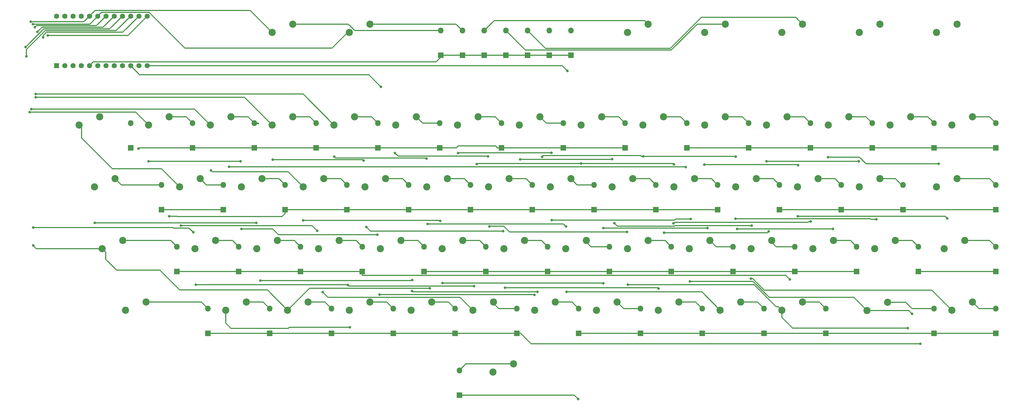
<source format=gbr>
G04 #@! TF.GenerationSoftware,KiCad,Pcbnew,5.1.5+dfsg1-2build2*
G04 #@! TF.CreationDate,2020-11-07T01:55:29-05:00*
G04 #@! TF.ProjectId,atari-keyboard,61746172-692d-46b6-9579-626f6172642e,rev?*
G04 #@! TF.SameCoordinates,Original*
G04 #@! TF.FileFunction,Copper,L1,Top*
G04 #@! TF.FilePolarity,Positive*
%FSLAX46Y46*%
G04 Gerber Fmt 4.6, Leading zero omitted, Abs format (unit mm)*
G04 Created by KiCad (PCBNEW 5.1.5+dfsg1-2build2) date 2020-11-07 01:55:29*
%MOMM*%
%LPD*%
G04 APERTURE LIST*
%ADD10C,2.200000*%
%ADD11O,1.800000X1.800000*%
%ADD12R,1.800000X1.800000*%
%ADD13R,1.600000X1.600000*%
%ADD14C,1.600000*%
%ADD15C,0.800000*%
%ADD16C,0.304800*%
G04 APERTURE END LIST*
D10*
X123600000Y-107240000D03*
X129950000Y-104700000D03*
X238918750Y-88265000D03*
X245268750Y-85725000D03*
X10318750Y-88190000D03*
X16668750Y-85650000D03*
X262750000Y-69190000D03*
X269100000Y-66650000D03*
X3175000Y-69190000D03*
X9525000Y-66650000D03*
X260350000Y-50165000D03*
X266700000Y-47625000D03*
X793750Y-50165000D03*
X7143750Y-47625000D03*
X-3968750Y-31115000D03*
X2381250Y-28575000D03*
X117475000Y-88190000D03*
X123825000Y-85650000D03*
X222250000Y-69190000D03*
X228600000Y-66650000D03*
X69850000Y-69190000D03*
X76200000Y-66650000D03*
X179387000Y-50165000D03*
X185737000Y-47625000D03*
X26987500Y-50165000D03*
X33337500Y-47625000D03*
X150812500Y-31115000D03*
X157162500Y-28575000D03*
X265112500Y-88190000D03*
X271462500Y-85650000D03*
X98425000Y-88190000D03*
X104775000Y-85650000D03*
X203200000Y-69190000D03*
X209550000Y-66650000D03*
X50800000Y-69190000D03*
X57150000Y-66650000D03*
X160337500Y-50165000D03*
X166687500Y-47625000D03*
X131762500Y-31115000D03*
X138112500Y-28575000D03*
X260350000Y-2540000D03*
X266700000Y0D03*
X79375000Y-88190000D03*
X85725000Y-85650000D03*
X184150000Y-69190000D03*
X190500000Y-66650000D03*
X31750000Y-69190000D03*
X38100000Y-66650000D03*
X141287500Y-50165000D03*
X147637500Y-47625000D03*
X265112500Y-31115000D03*
X271462500Y-28575000D03*
X112712500Y-31115000D03*
X119062500Y-28575000D03*
X236537500Y-2540000D03*
X242887500Y0D03*
X212725000Y-88190000D03*
X219075000Y-85650000D03*
X60325000Y-88190000D03*
X66675000Y-85650000D03*
X165100000Y-69190000D03*
X171450000Y-66650000D03*
X122237500Y-50165000D03*
X128587500Y-47625000D03*
X246062500Y-31115000D03*
X252412500Y-28575000D03*
X93662500Y-31115000D03*
X100012500Y-28575000D03*
X212725000Y-2540000D03*
X219075000Y0D03*
X193675000Y-88190000D03*
X200025000Y-85650000D03*
X41275000Y-88190000D03*
X47625000Y-85650000D03*
X146050000Y-69190000D03*
X152400000Y-66650000D03*
X103187500Y-50165000D03*
X109537500Y-47625000D03*
X227012500Y-31115000D03*
X233362500Y-28575000D03*
X74612500Y-31115000D03*
X80962500Y-28575000D03*
X188912500Y-2540000D03*
X195262500Y0D03*
X174625000Y-88190000D03*
X180975000Y-85650000D03*
X127000000Y-69190000D03*
X133350000Y-66650000D03*
X236537500Y-50165000D03*
X242887500Y-47625000D03*
X84137500Y-50165000D03*
X90487500Y-47625000D03*
X207962500Y-31115000D03*
X214312500Y-28575000D03*
X55562500Y-31115000D03*
X61912500Y-28575000D03*
X165100000Y-2540000D03*
X171450000Y0D03*
X155575000Y-88190000D03*
X161925000Y-85650000D03*
X107950000Y-69190000D03*
X114300000Y-66650000D03*
X217487500Y-50165000D03*
X223837500Y-47625000D03*
X65087500Y-50165000D03*
X71437500Y-47625000D03*
X188912500Y-31115000D03*
X195262500Y-28575000D03*
X36512500Y-31115000D03*
X42862500Y-28575000D03*
X79375000Y-2540000D03*
X85725000Y0D03*
X136525000Y-88190000D03*
X142875000Y-85650000D03*
X241300000Y-69190000D03*
X247650000Y-66650000D03*
X88900000Y-69190000D03*
X95250000Y-66650000D03*
X198437500Y-50165000D03*
X204787500Y-47625000D03*
X46037500Y-50165000D03*
X52387500Y-47625000D03*
X169862500Y-31115000D03*
X176212500Y-28575000D03*
X17462500Y-31115000D03*
X23812500Y-28575000D03*
X55562500Y-2540000D03*
X61912500Y0D03*
D11*
X113275000Y-106680000D03*
D12*
X113275000Y-114300000D03*
D11*
X130968750Y-87630000D03*
D12*
X130968750Y-95250000D03*
D11*
X235743750Y-68580000D03*
D12*
X235743750Y-76200000D03*
D11*
X83343750Y-68580000D03*
D12*
X83343750Y-76200000D03*
D11*
X192881250Y-49530000D03*
D12*
X192881250Y-57150000D03*
D11*
X40481250Y-49530000D03*
D12*
X40481250Y-57150000D03*
D11*
X164306250Y-30480000D03*
D12*
X164306250Y-38100000D03*
D11*
X11906250Y-30480000D03*
D12*
X11906250Y-38100000D03*
D11*
X278606250Y-87630000D03*
D12*
X278606250Y-95250000D03*
D11*
X111918750Y-87630000D03*
D12*
X111918750Y-95250000D03*
D11*
X216693750Y-68580000D03*
D12*
X216693750Y-76200000D03*
D11*
X64293750Y-68580000D03*
D12*
X64293750Y-76200000D03*
D11*
X173831250Y-49530000D03*
D12*
X173831250Y-57150000D03*
D11*
X21431250Y-49530000D03*
D12*
X21431250Y-57150000D03*
D11*
X145256250Y-30480000D03*
D12*
X145256250Y-38100000D03*
D11*
X147681250Y-2017500D03*
D12*
X147681250Y-9637500D03*
D11*
X259556250Y-87630000D03*
D12*
X259556250Y-95250000D03*
D11*
X92868750Y-87630000D03*
D12*
X92868750Y-95250000D03*
D11*
X197643750Y-68580000D03*
D12*
X197643750Y-76200000D03*
D11*
X45243750Y-68580000D03*
D12*
X45243750Y-76200000D03*
D11*
X154781250Y-49530000D03*
D12*
X154781250Y-57150000D03*
D11*
X278606250Y-30480000D03*
D12*
X278606250Y-38100000D03*
D11*
X126206250Y-30480000D03*
D12*
X126206250Y-38100000D03*
D11*
X140989580Y-2017500D03*
D12*
X140989580Y-9637500D03*
D11*
X226218750Y-87630000D03*
D12*
X226218750Y-95250000D03*
D11*
X73818750Y-87630000D03*
D12*
X73818750Y-95250000D03*
D11*
X178593750Y-68580000D03*
D12*
X178593750Y-76200000D03*
D11*
X26193750Y-68580000D03*
D12*
X26193750Y-76200000D03*
D11*
X135731250Y-49530000D03*
D12*
X135731250Y-57150000D03*
D11*
X259556250Y-30480000D03*
D12*
X259556250Y-38100000D03*
D11*
X107156250Y-30480000D03*
D12*
X107156250Y-38100000D03*
D11*
X134297914Y-2017500D03*
D12*
X134297914Y-9637500D03*
D11*
X207168750Y-87630000D03*
D12*
X207168750Y-95250000D03*
D11*
X54768750Y-87630000D03*
D12*
X54768750Y-95250000D03*
D11*
X159543750Y-68580000D03*
D12*
X159543750Y-76200000D03*
D11*
X278606250Y-49530000D03*
D12*
X278606250Y-57150000D03*
D11*
X116681250Y-49530000D03*
D12*
X116681250Y-57150000D03*
D11*
X240506250Y-30480000D03*
D12*
X240506250Y-38100000D03*
D11*
X88106250Y-30480000D03*
D12*
X88106250Y-38100000D03*
D11*
X127606248Y-2017500D03*
D12*
X127606248Y-9637500D03*
D11*
X188118750Y-87630000D03*
D12*
X188118750Y-95250000D03*
D11*
X35718750Y-87630000D03*
D12*
X35718750Y-95250000D03*
D11*
X140493750Y-68580000D03*
D12*
X140493750Y-76200000D03*
D11*
X250031250Y-49530000D03*
D12*
X250031250Y-57150000D03*
D11*
X97631250Y-49530000D03*
D12*
X97631250Y-57150000D03*
D11*
X221456250Y-30480000D03*
D12*
X221456250Y-38100000D03*
D11*
X69056250Y-30480000D03*
D12*
X69056250Y-38100000D03*
D11*
X120914582Y-2017500D03*
D12*
X120914582Y-9637500D03*
D11*
X169068750Y-87630000D03*
D12*
X169068750Y-95250000D03*
D11*
X278606250Y-68580000D03*
D12*
X278606250Y-76200000D03*
D11*
X121443750Y-68580000D03*
D12*
X121443750Y-76200000D03*
D11*
X230981250Y-49530000D03*
D12*
X230981250Y-57150000D03*
D11*
X78581250Y-49530000D03*
D12*
X78581250Y-57150000D03*
D11*
X202406250Y-30480000D03*
D12*
X202406250Y-38100000D03*
D11*
X50006250Y-30480000D03*
D12*
X50006250Y-38100000D03*
D11*
X114222916Y-2017500D03*
D12*
X114222916Y-9637500D03*
D11*
X150018750Y-87630000D03*
D12*
X150018750Y-95250000D03*
D11*
X254793750Y-68580000D03*
D12*
X254793750Y-76200000D03*
D11*
X102393750Y-68580000D03*
D12*
X102393750Y-76200000D03*
D11*
X211931250Y-49530000D03*
D12*
X211931250Y-57150000D03*
D11*
X59531250Y-49530000D03*
D12*
X59531250Y-57150000D03*
D11*
X183356250Y-30480000D03*
D12*
X183356250Y-38100000D03*
D11*
X30956250Y-30480000D03*
D12*
X30956250Y-38100000D03*
D11*
X107531250Y-2017500D03*
D12*
X107531250Y-9637500D03*
D13*
X-10920000Y-12795000D03*
D14*
X-8380000Y-12795000D03*
X-5840000Y-12795000D03*
X-3300000Y-12795000D03*
X-760000Y-12795000D03*
X1780000Y-12795000D03*
X4320000Y-12795000D03*
X6860000Y-12795000D03*
X9400000Y-12795000D03*
X11940000Y-12795000D03*
X14480000Y-12795000D03*
X17020000Y-12795000D03*
X17020000Y2445000D03*
X14480000Y2445000D03*
X11940000Y2445000D03*
X9400000Y2445000D03*
X6860000Y2445000D03*
X4320000Y2445000D03*
X1780000Y2445000D03*
X-760000Y2445000D03*
X-3300000Y2445000D03*
X-5840000Y2445000D03*
X-8380000Y2445000D03*
X-10920000Y2445000D03*
D15*
X14274800Y-38366700D03*
X183019700Y-44043600D03*
X42252900Y-43980100D03*
X23787100Y-59194700D03*
X215150027Y-78698790D03*
X89090500Y-19329400D03*
X255358900Y-98488500D03*
X146596100Y-14465300D03*
X149885400Y-115506500D03*
X69430900Y-63741300D03*
X27406600Y-62100189D03*
X71132700Y-82600800D03*
X150837900Y-42976721D03*
X179285900Y-61455300D03*
X221564200Y-60807600D03*
X-13639800Y-3492500D03*
X118643398Y-43103800D03*
X179374800Y-43189590D03*
X50596800Y-61290200D03*
X131965700Y-41732200D03*
X137350500Y-82524600D03*
X98640900Y-82257900D03*
X51930300Y-79032100D03*
X98691700Y-78828900D03*
X203136500Y-78422500D03*
X203415900Y-62128400D03*
X-15062200Y-4127500D03*
X812800Y-61252100D03*
X161061400Y-61366400D03*
X160375600Y-41643300D03*
X31216600Y-64147700D03*
X32029400Y-80264000D03*
X141693900Y-39687500D03*
X78901609Y-80413290D03*
X117754400Y-80695800D03*
X141706600Y-60426600D03*
X184289700Y-79273400D03*
X184594500Y-60055190D03*
X252793500Y-89293700D03*
X-18144930Y-62694889D03*
X-20199211Y-9906000D03*
X112877600Y-39725600D03*
X93433900Y-39738300D03*
X122059700Y-40792400D03*
X104174103Y-81448210D03*
X164960300Y-64084200D03*
X165214300Y-80289400D03*
X251460000Y-93649800D03*
X122529600Y-62334710D03*
X-18144930Y-68215725D03*
X-20449386Y-7028217D03*
X74701400Y-40843200D03*
X79540100Y-93408500D03*
X146113500Y-62382400D03*
X146304000Y-82537300D03*
X228422200Y-63144400D03*
X198907400Y-63080900D03*
X103479600Y-61582300D03*
X-16827498Y-2400300D03*
X-17392520Y-21577300D03*
X103162100Y-41455910D03*
X226949000Y-40995600D03*
X261023100Y-43091100D03*
X55676800Y-41757600D03*
X83743800Y-42062400D03*
X207975200Y-42265600D03*
X84569300Y-62496700D03*
X127330200Y-81267300D03*
X174637700Y-81483200D03*
X176339500Y-64300100D03*
X208610200Y-63896810D03*
X-17392520Y-22577301D03*
X-17589498Y-965200D03*
X126733300Y-63754000D03*
X236423200Y-42303700D03*
X36626800Y-45046900D03*
X188836300Y-43268900D03*
X217690700Y-43434000D03*
X107365800Y-60629800D03*
X108064300Y-79794100D03*
X157683200Y-79921100D03*
X189776100Y-62880810D03*
X263677400Y-59905900D03*
X217627514Y-59255090D03*
X-18186455Y-65179D03*
X-18681700Y-26212800D03*
X65138300Y-60490100D03*
X157632400Y-62877700D03*
X45770800Y-42329100D03*
X46062900Y-63106300D03*
X87985600Y-64897000D03*
X88684100Y-83362800D03*
X136410700Y-83426300D03*
X198348600Y-60007500D03*
X241833400Y-60185300D03*
X-18846800Y685800D03*
X-19237625Y-27128086D03*
X17475200Y-42265600D03*
X138734800Y-40919400D03*
X169951400Y-40805100D03*
X198437500Y-40881300D03*
D16*
X107531250Y-9637500D02*
X107531250Y-10211150D01*
X39999Y-11995001D02*
X-760000Y-12795000D01*
X392401Y-11642599D02*
X39999Y-11995001D01*
X106099801Y-11642599D02*
X392401Y-11642599D01*
X107531250Y-10211150D02*
X106099801Y-11642599D01*
X107531250Y-9637500D02*
X107531250Y-9817450D01*
X107711200Y-9637500D02*
X114222916Y-9637500D01*
X107531250Y-9817450D02*
X107711200Y-9637500D01*
X114222916Y-9637500D02*
X114450600Y-9637500D01*
X114450600Y-9637500D02*
X120914582Y-9637500D01*
X120914582Y-9637500D02*
X127606248Y-9637500D01*
X127606248Y-9637500D02*
X134297914Y-9637500D01*
X134297914Y-9637500D02*
X140989580Y-9637500D01*
X140989580Y-9637500D02*
X147681250Y-9637500D01*
X30956250Y-38100000D02*
X50006250Y-38100000D01*
X50006250Y-38100000D02*
X69056250Y-38100000D01*
X70261050Y-38100000D02*
X88106250Y-38100000D01*
X69056250Y-38100000D02*
X70261050Y-38100000D01*
X88106250Y-38100000D02*
X107156250Y-38100000D01*
X126206250Y-38100000D02*
X145256250Y-38100000D01*
X145256250Y-38100000D02*
X164306250Y-38100000D01*
X30956250Y-38100000D02*
X14541500Y-38100000D01*
X14541500Y-38100000D02*
X14274800Y-38366700D01*
X107156250Y-38100000D02*
X112348246Y-38100000D01*
X112859347Y-37588899D02*
X124490349Y-37588899D01*
X112348246Y-38100000D02*
X112859347Y-37588899D01*
X124490349Y-37588899D02*
X125001450Y-38100000D01*
X125001450Y-38100000D02*
X126206250Y-38100000D01*
X4320000Y-12930600D02*
X4320000Y-12795000D01*
X21431250Y-57150000D02*
X40481250Y-57150000D01*
X183356250Y-38100000D02*
X202406250Y-38100000D01*
X202406250Y-38100000D02*
X221456250Y-38100000D01*
X222661050Y-38100000D02*
X240506250Y-38100000D01*
X221456250Y-38100000D02*
X222661050Y-38100000D01*
X240506250Y-38100000D02*
X259556250Y-38100000D01*
X259556250Y-38100000D02*
X278606250Y-38100000D01*
X42291000Y-43942000D02*
X42252900Y-43980100D01*
X182918100Y-43942000D02*
X42291000Y-43942000D01*
X183019700Y-44043600D02*
X182918100Y-43942000D01*
X60736050Y-57150000D02*
X78581250Y-57150000D01*
X59531250Y-57150000D02*
X60736050Y-57150000D01*
X78581250Y-57150000D02*
X97631250Y-57150000D01*
X97631250Y-57150000D02*
X116681250Y-57150000D01*
X116681250Y-57150000D02*
X135731250Y-57150000D01*
X135731250Y-57150000D02*
X154781250Y-57150000D01*
X154781250Y-57150000D02*
X173831250Y-57150000D01*
X173831250Y-57150000D02*
X192881250Y-57150000D01*
X23825200Y-59232800D02*
X23787100Y-59194700D01*
X26276300Y-59232800D02*
X23825200Y-59232800D01*
X26314400Y-59270900D02*
X26276300Y-59232800D01*
X58615150Y-59270900D02*
X26314400Y-59270900D01*
X59531250Y-58354800D02*
X58615150Y-59270900D01*
X59531250Y-57150000D02*
X59531250Y-58354800D01*
X9400000Y-12795000D02*
X9569700Y-12795000D01*
X278606250Y-57150000D02*
X250031250Y-57150000D01*
X250031250Y-57150000D02*
X230981250Y-57150000D01*
X230981250Y-57150000D02*
X230981250Y-56534050D01*
X230365300Y-57150000D02*
X211931250Y-57150000D01*
X230981250Y-56534050D02*
X230365300Y-57150000D01*
X26193750Y-76200000D02*
X45243750Y-76200000D01*
X46012100Y-76200000D02*
X45243750Y-76200000D01*
X46448550Y-76200000D02*
X64293750Y-76200000D01*
X45243750Y-76200000D02*
X46448550Y-76200000D01*
X65498550Y-76200000D02*
X83343750Y-76200000D01*
X64293750Y-76200000D02*
X65498550Y-76200000D01*
X83343750Y-76200000D02*
X83343750Y-77404800D01*
X83343750Y-77404800D02*
X83391351Y-77452401D01*
X214750028Y-78298791D02*
X215150027Y-78698790D01*
X83391351Y-77452401D02*
X213903638Y-77452401D01*
X213903638Y-77452401D02*
X214750028Y-78298791D01*
X11940000Y-12795000D02*
X11906000Y-12795000D01*
X11906000Y-12795000D02*
X14693900Y-15582900D01*
X85344000Y-15582900D02*
X89090500Y-19329400D01*
X14693900Y-15582900D02*
X85344000Y-15582900D01*
X235743750Y-76200000D02*
X216693750Y-76200000D01*
X216693750Y-76200000D02*
X197643750Y-76200000D01*
X197643750Y-76200000D02*
X178593750Y-76200000D01*
X178593750Y-76200000D02*
X159543750Y-76200000D01*
X158338950Y-76200000D02*
X140493750Y-76200000D01*
X159543750Y-76200000D02*
X158338950Y-76200000D01*
X140493750Y-76200000D02*
X121443750Y-76200000D01*
X121443750Y-76200000D02*
X102393750Y-76200000D01*
X36923550Y-95250000D02*
X54768750Y-95250000D01*
X35718750Y-95250000D02*
X36923550Y-95250000D01*
X54768750Y-95250000D02*
X73818750Y-95250000D01*
X73818750Y-95250000D02*
X92868750Y-95250000D01*
X92868750Y-95250000D02*
X111918750Y-95250000D01*
X111918750Y-95250000D02*
X130968750Y-95250000D01*
X135412050Y-98488500D02*
X255358900Y-98488500D01*
X132173550Y-95250000D02*
X135412050Y-98488500D01*
X130968750Y-95250000D02*
X132173550Y-95250000D01*
X254793750Y-76200000D02*
X278606250Y-76200000D01*
X144925800Y-12795000D02*
X146596100Y-14465300D01*
X17020000Y-12795000D02*
X144925800Y-12795000D01*
X278606250Y-95250000D02*
X259556250Y-95250000D01*
X258351450Y-95250000D02*
X226218750Y-95250000D01*
X259556250Y-95250000D02*
X258351450Y-95250000D01*
X226218750Y-95250000D02*
X207168750Y-95250000D01*
X205963950Y-95250000D02*
X188118750Y-95250000D01*
X207168750Y-95250000D02*
X205963950Y-95250000D01*
X186913950Y-95250000D02*
X169068750Y-95250000D01*
X188118750Y-95250000D02*
X186913950Y-95250000D01*
X148678900Y-114300000D02*
X113275000Y-114300000D01*
X149885400Y-115506500D02*
X148678900Y-114300000D01*
X151223550Y-95250000D02*
X169068750Y-95250000D01*
X150018750Y-95250000D02*
X151223550Y-95250000D01*
X27972285Y-62100189D02*
X27406600Y-62100189D01*
X69430900Y-63741300D02*
X67789789Y-62100189D01*
X67789789Y-62100189D02*
X27972285Y-62100189D01*
X116375001Y-87090001D02*
X117475000Y-88190000D01*
X113482599Y-84197599D02*
X116375001Y-87090001D01*
X72729499Y-84197599D02*
X113482599Y-84197599D01*
X71132700Y-82600800D02*
X72729499Y-84197599D01*
X179285900Y-61455300D02*
X179685899Y-61055301D01*
X220750814Y-61055301D02*
X220998515Y-60807600D01*
X220998515Y-60807600D02*
X221564200Y-60807600D01*
X179685899Y-61055301D02*
X220750814Y-61055301D01*
X17020000Y2445000D02*
X11082500Y-3492500D01*
X-13074115Y-3492500D02*
X-13639800Y-3492500D01*
X11082500Y-3492500D02*
X-13074115Y-3492500D01*
X21399500Y-44577000D02*
X26987500Y-50165000D01*
X6245304Y-44577000D02*
X21399500Y-44577000D01*
X-3225800Y-35105896D02*
X6245304Y-44577000D01*
X-3225800Y-31857950D02*
X-3225800Y-35105896D01*
X-3968750Y-31115000D02*
X-3225800Y-31857950D01*
X150837900Y-42976721D02*
X118770477Y-42976721D01*
X118770477Y-42976721D02*
X118643398Y-43103800D01*
X150837900Y-42976721D02*
X179161931Y-42976721D01*
X179161931Y-42976721D02*
X179374800Y-43189590D01*
X793750Y-50165000D02*
X793750Y-50171350D01*
X98907600Y-82524600D02*
X98640900Y-82257900D01*
X137350500Y-82524600D02*
X98907600Y-82524600D01*
X98488500Y-79032100D02*
X98691700Y-78828900D01*
X51930300Y-79032100D02*
X98488500Y-79032100D01*
X203136500Y-78422500D02*
X203702185Y-78422500D01*
X203702185Y-78422500D02*
X207258185Y-81978500D01*
X258901000Y-81978500D02*
X265112500Y-88190000D01*
X207258185Y-81978500D02*
X258901000Y-81978500D01*
X9510802Y-2524198D02*
X-14024583Y-2524198D01*
X14480000Y2445000D02*
X9510802Y-2524198D01*
X-14024583Y-2524198D02*
X-15062200Y-3561815D01*
X-15062200Y-3561815D02*
X-15062200Y-4127500D01*
X850900Y-61290200D02*
X812800Y-61252100D01*
X50596800Y-61290200D02*
X850900Y-61290200D01*
X203415900Y-62128400D02*
X179726354Y-62128400D01*
X179726354Y-62128400D02*
X179554955Y-62299799D01*
X179554955Y-62299799D02*
X161994799Y-62299799D01*
X161994799Y-62299799D02*
X161461399Y-61766399D01*
X161461399Y-61766399D02*
X161061400Y-61366400D01*
X131965700Y-41732200D02*
X160286700Y-41732200D01*
X160286700Y-41732200D02*
X160375600Y-41643300D01*
X29921499Y-62852599D02*
X31216600Y-64147700D01*
X25412599Y-62852599D02*
X25095499Y-62852599D01*
X25095499Y-62852599D02*
X29921499Y-62852599D01*
X78752319Y-80264000D02*
X78901609Y-80413290D01*
X32029400Y-80264000D02*
X78752319Y-80264000D01*
X117754400Y-80695800D02*
X79184119Y-80695800D01*
X79184119Y-80695800D02*
X78901609Y-80413290D01*
X208763374Y-84197599D02*
X234851349Y-84197599D01*
X234851349Y-84197599D02*
X237818751Y-87165001D01*
X203839175Y-79273400D02*
X208763374Y-84197599D01*
X184289700Y-79273400D02*
X203839175Y-79273400D01*
X237818751Y-87165001D02*
X238918750Y-88265000D01*
X184028815Y-60055190D02*
X184594500Y-60055190D01*
X179972100Y-60055190D02*
X184028815Y-60055190D01*
X141706600Y-60426600D02*
X167830500Y-60426600D01*
X167843200Y-60439300D02*
X179587990Y-60439300D01*
X167830500Y-60426600D02*
X167843200Y-60439300D01*
X179587990Y-60439300D02*
X179972100Y-60055190D01*
X251764800Y-88265000D02*
X238918750Y-88265000D01*
X252793500Y-89293700D02*
X251764800Y-88265000D01*
X-17579245Y-62694889D02*
X-18144930Y-62694889D01*
X25095499Y-62852599D02*
X24937789Y-62694889D01*
X24937789Y-62694889D02*
X-17579245Y-62694889D01*
X-14376488Y-2019388D02*
X-20199211Y-7842111D01*
X-20199211Y-9340315D02*
X-20199211Y-9906000D01*
X-20199211Y-7842111D02*
X-20199211Y-9340315D01*
X7475612Y-2019388D02*
X-14376488Y-2019388D01*
X11940000Y2445000D02*
X7475612Y-2019388D01*
X141693900Y-39687500D02*
X112915700Y-39687500D01*
X112915700Y-39687500D02*
X112877600Y-39725600D01*
X54088100Y-81953100D02*
X60325000Y-88190000D01*
X27030404Y-81953100D02*
X54088100Y-81953100D01*
X20921704Y-75844400D02*
X27030404Y-81953100D01*
X7617846Y-75844400D02*
X20921704Y-75844400D01*
X4274999Y-72501553D02*
X7617846Y-75844400D01*
X4274999Y-70289999D02*
X4274999Y-72501553D01*
X3175000Y-69190000D02*
X4274999Y-70289999D01*
X103608418Y-81448210D02*
X104174103Y-81448210D01*
X60325000Y-88190000D02*
X67066790Y-81448210D01*
X67066790Y-81448210D02*
X103608418Y-81448210D01*
X210941866Y-87090001D02*
X211625001Y-87090001D01*
X211625001Y-87090001D02*
X212725000Y-88190000D01*
X204141265Y-80289400D02*
X210941866Y-87090001D01*
X165214300Y-80289400D02*
X204141265Y-80289400D01*
X212725000Y-89745634D02*
X212725000Y-88190000D01*
X212725000Y-90401554D02*
X212725000Y-89745634D01*
X215973246Y-93649800D02*
X212725000Y-90401554D01*
X251460000Y-93649800D02*
X215973246Y-93649800D01*
X-17170655Y-69190000D02*
X-17744931Y-68615724D01*
X-17744931Y-68615724D02*
X-18144930Y-68215725D01*
X3175000Y-69190000D02*
X-17170655Y-69190000D01*
X-19989799Y-6628218D02*
X-20049387Y-6628218D01*
X-14876159Y-1514578D02*
X-19989799Y-6628218D01*
X5440422Y-1514578D02*
X-14876159Y-1514578D01*
X9400000Y2445000D02*
X5440422Y-1514578D01*
X-20049387Y-6628218D02*
X-20449386Y-7028217D01*
X122501090Y-62306200D02*
X122529600Y-62334710D01*
X126910164Y-62306200D02*
X122501090Y-62306200D01*
X128688164Y-64084200D02*
X126910164Y-62306200D01*
X164960300Y-64084200D02*
X128688164Y-64084200D01*
X121970800Y-40703500D02*
X122059700Y-40792400D01*
X94399100Y-40703500D02*
X121970800Y-40703500D01*
X93433900Y-39738300D02*
X94399100Y-40703500D01*
X79540100Y-93408500D02*
X60820300Y-93408500D01*
X60820300Y-93408500D02*
X60502800Y-93726000D01*
X60502800Y-93726000D02*
X42811700Y-93726000D01*
X41275000Y-92189300D02*
X41275000Y-88190000D01*
X42811700Y-93726000D02*
X41275000Y-92189300D01*
X188022300Y-82537300D02*
X193675000Y-88190000D01*
X146304000Y-82537300D02*
X188022300Y-82537300D01*
X228422200Y-63144400D02*
X198970900Y-63144400D01*
X198970900Y-63144400D02*
X198907400Y-63080900D01*
X126974600Y-61582300D02*
X103479600Y-61582300D01*
X145313400Y-61582300D02*
X126974600Y-61582300D01*
X146113500Y-62382400D02*
X145313400Y-61582300D01*
X6860000Y2445000D02*
X3405233Y-1009767D01*
X-16427499Y-2000301D02*
X-16827498Y-2400300D01*
X3405233Y-1009767D02*
X-15436965Y-1009767D01*
X-15436965Y-1009767D02*
X-16427499Y-2000301D01*
X65074800Y-21577300D02*
X-17392520Y-21577300D01*
X74612500Y-31115000D02*
X65074800Y-21577300D01*
X102949389Y-41243199D02*
X103162100Y-41455910D01*
X74701400Y-40843200D02*
X75101399Y-41243199D01*
X75101399Y-41243199D02*
X102949389Y-41243199D01*
X226949000Y-40995600D02*
X236600064Y-40995600D01*
X236600064Y-40995600D02*
X238695564Y-43091100D01*
X238695564Y-43091100D02*
X261023100Y-43091100D01*
X83439000Y-41757600D02*
X83743800Y-42062400D01*
X55676800Y-41757600D02*
X83439000Y-41757600D01*
X236385100Y-42265600D02*
X236423200Y-42303700D01*
X207975200Y-42265600D02*
X236385100Y-42265600D01*
X174421800Y-81267300D02*
X174637700Y-81483200D01*
X127330200Y-81267300D02*
X174421800Y-81267300D01*
X176339500Y-64300100D02*
X208206910Y-64300100D01*
X208206910Y-64300100D02*
X208610200Y-63896810D01*
X55562500Y-31115000D02*
X47024801Y-22577301D01*
X47024801Y-22577301D02*
X-17392520Y-22577301D01*
X1370043Y-504957D02*
X-17129255Y-504957D01*
X4320000Y2445000D02*
X1370043Y-504957D01*
X-17129255Y-504957D02*
X-17189499Y-565201D01*
X-17189499Y-565201D02*
X-17589498Y-965200D01*
X84569300Y-62496700D02*
X85826600Y-63754000D01*
X85826600Y-63754000D02*
X126167615Y-63754000D01*
X126167615Y-63754000D02*
X126733300Y-63754000D01*
X79375000Y-2540000D02*
X79375000Y-2667000D01*
X2579999Y3244999D02*
X1780000Y2445000D01*
X2932401Y3597401D02*
X2579999Y3244999D01*
X17573153Y3597401D02*
X2932401Y3597401D01*
X28602955Y-7432401D02*
X17573153Y3597401D01*
X73973045Y-7432401D02*
X28602955Y-7432401D01*
X78738446Y-2667000D02*
X73973045Y-7432401D01*
X79375000Y-2667000D02*
X78738446Y-2667000D01*
X36626800Y-45046900D02*
X37109400Y-45529500D01*
X60452000Y-45529500D02*
X65087500Y-50165000D01*
X37109400Y-45529500D02*
X60452000Y-45529500D01*
X217525600Y-43268900D02*
X217690700Y-43434000D01*
X188836300Y-43268900D02*
X217525600Y-43268900D01*
X157556200Y-79794100D02*
X157683200Y-79921100D01*
X108064300Y-79794100D02*
X157556200Y-79794100D01*
X188595000Y-43268900D02*
X188468000Y-43395900D01*
X188836300Y-43268900D02*
X188595000Y-43268900D01*
X218193199Y-59255090D02*
X217627514Y-59255090D01*
X263026590Y-59255090D02*
X218193199Y-59255090D01*
X263677400Y-59905900D02*
X263026590Y-59255090D01*
X-17620770Y-65179D02*
X-18186455Y-65179D01*
X-17555591Y0D02*
X-17620770Y-65179D01*
X-665000Y0D02*
X-17555591Y0D01*
X1780000Y2445000D02*
X-665000Y0D01*
X-18116015Y-26212800D02*
X-18681700Y-26212800D01*
X31610300Y-26212800D02*
X-18116015Y-26212800D01*
X36512500Y-31115000D02*
X31610300Y-26212800D01*
X65151000Y-60477400D02*
X65138300Y-60490100D01*
X107213400Y-60477400D02*
X65151000Y-60477400D01*
X107365800Y-60629800D02*
X107213400Y-60477400D01*
X157657800Y-62903100D02*
X157632400Y-62877700D01*
X189753810Y-62903100D02*
X157657800Y-62903100D01*
X189776100Y-62880810D02*
X189753810Y-62903100D01*
X48796590Y4225910D02*
X1020910Y4225910D01*
X55562500Y-2540000D02*
X48796590Y4225910D01*
X1020910Y4225910D02*
X39999Y3244999D01*
X39999Y3244999D02*
X-760000Y2445000D01*
X57521154Y-64871600D02*
X87985600Y-64871600D01*
X55755854Y-63106300D02*
X57521154Y-64871600D01*
X46062900Y-63106300D02*
X55755854Y-63106300D01*
X87985600Y-64871600D02*
X87985600Y-64897000D01*
X136347200Y-83362800D02*
X136410700Y-83426300D01*
X88684100Y-83362800D02*
X136347200Y-83362800D01*
X198348600Y-60007500D02*
X240068100Y-60007500D01*
X240245900Y-60185300D02*
X241833400Y-60185300D01*
X240068100Y-60007500D02*
X240245900Y-60185300D01*
X-18255715Y711200D02*
X-18281115Y685800D01*
X-2493800Y711200D02*
X-18255715Y711200D01*
X-760000Y2445000D02*
X-2493800Y711200D01*
X-18281115Y685800D02*
X-18846800Y685800D01*
X-18665889Y-27122035D02*
X-18671940Y-27128086D01*
X17462500Y-31115000D02*
X13469535Y-27122035D01*
X-18671940Y-27128086D02*
X-19237625Y-27128086D01*
X13469535Y-27122035D02*
X-18665889Y-27122035D01*
X45770800Y-42329100D02*
X17538700Y-42329100D01*
X17538700Y-42329100D02*
X17475200Y-42265600D01*
X169951400Y-40805100D02*
X198361300Y-40805100D01*
X198361300Y-40805100D02*
X198437500Y-40881300D01*
X138734800Y-40919400D02*
X139134799Y-40519401D01*
X169385715Y-40805100D02*
X169951400Y-40805100D01*
X139134799Y-40519401D02*
X169100016Y-40519401D01*
X169100016Y-40519401D02*
X169385715Y-40805100D01*
X78984554Y0D02*
X63468134Y0D01*
X63468134Y0D02*
X61912500Y0D01*
X81002054Y-2017500D02*
X78984554Y0D01*
X107531250Y-2017500D02*
X81002054Y-2017500D01*
X29051250Y-28575000D02*
X30956250Y-30480000D01*
X23812500Y-28575000D02*
X29051250Y-28575000D01*
X181451250Y-28575000D02*
X183356250Y-30480000D01*
X176212500Y-28575000D02*
X181451250Y-28575000D01*
X57626250Y-47625000D02*
X59531250Y-49530000D01*
X52387500Y-47625000D02*
X57626250Y-47625000D01*
X210026250Y-47625000D02*
X211931250Y-49530000D01*
X204787500Y-47625000D02*
X210026250Y-47625000D01*
X100463750Y-66650000D02*
X102393750Y-68580000D01*
X95250000Y-66650000D02*
X100463750Y-66650000D01*
X252863750Y-66650000D02*
X254793750Y-68580000D01*
X247650000Y-66650000D02*
X252863750Y-66650000D01*
X148038750Y-85650000D02*
X150018750Y-87630000D01*
X142875000Y-85650000D02*
X148038750Y-85650000D01*
X112205416Y0D02*
X85725000Y0D01*
X114222916Y-2017500D02*
X112205416Y0D01*
X48101250Y-28575000D02*
X50222150Y-30695900D01*
X42862500Y-28575000D02*
X48101250Y-28575000D01*
X50222150Y-30695900D02*
X51295300Y-30695900D01*
X51279042Y-30480000D02*
X50006250Y-30480000D01*
X51295300Y-30496258D02*
X51279042Y-30480000D01*
X51295300Y-30695900D02*
X51295300Y-30496258D01*
X200501250Y-28575000D02*
X202190350Y-30264100D01*
X195262500Y-28575000D02*
X200501250Y-28575000D01*
X202190350Y-30264100D02*
X202406250Y-30480000D01*
X76676250Y-47625000D02*
X78784450Y-49733200D01*
X71437500Y-47625000D02*
X76676250Y-47625000D01*
X78784450Y-49733200D02*
X78581250Y-49530000D01*
X229076250Y-47625000D02*
X230981250Y-49530000D01*
X223837500Y-47625000D02*
X229076250Y-47625000D01*
X119513750Y-66650000D02*
X121443750Y-68580000D01*
X114300000Y-66650000D02*
X119513750Y-66650000D01*
X276676250Y-66650000D02*
X278606250Y-68580000D01*
X269100000Y-66650000D02*
X276676250Y-66650000D01*
X163905000Y-87630000D02*
X169068750Y-87630000D01*
X161925000Y-85650000D02*
X163905000Y-87630000D01*
X170350001Y1099999D02*
X171450000Y0D01*
X124032081Y1099999D02*
X170350001Y1099999D01*
X120914582Y-2017500D02*
X124032081Y1099999D01*
X67151250Y-28575000D02*
X69056250Y-30480000D01*
X61912500Y-28575000D02*
X67151250Y-28575000D01*
X219551250Y-28575000D02*
X221456250Y-30480000D01*
X214312500Y-28575000D02*
X219551250Y-28575000D01*
X95726250Y-47625000D02*
X97631250Y-49530000D01*
X90487500Y-47625000D02*
X95726250Y-47625000D01*
X250031250Y-49530000D02*
X250031250Y-49968150D01*
X247688100Y-47625000D02*
X242887500Y-47625000D01*
X250031250Y-49968150D02*
X247688100Y-47625000D01*
X138563750Y-66650000D02*
X140493750Y-68580000D01*
X133350000Y-66650000D02*
X138563750Y-66650000D01*
X33738750Y-85650000D02*
X36029900Y-87941150D01*
X16668750Y-85650000D02*
X33738750Y-85650000D01*
X36029900Y-87941150D02*
X35718750Y-87630000D01*
X186138750Y-85650000D02*
X188118750Y-87630000D01*
X180975000Y-85650000D02*
X186138750Y-85650000D01*
X186588400Y0D02*
X193706866Y0D01*
X178565189Y-8023211D02*
X186588400Y0D01*
X133611959Y-8023211D02*
X178565189Y-8023211D01*
X193706866Y0D02*
X195262500Y0D01*
X127606248Y-2017500D02*
X133611959Y-8023211D01*
X86201250Y-28575000D02*
X88106250Y-30480000D01*
X80962500Y-28575000D02*
X86201250Y-28575000D01*
X238601250Y-28575000D02*
X240506250Y-30480000D01*
X233362500Y-28575000D02*
X238601250Y-28575000D01*
X114776250Y-47625000D02*
X116681250Y-49530000D01*
X109537500Y-47625000D02*
X114776250Y-47625000D01*
X276701250Y-47625000D02*
X278606250Y-49530000D01*
X266700000Y-47625000D02*
X276701250Y-47625000D01*
X152400000Y-66650000D02*
X151904300Y-66650000D01*
X153834300Y-68580000D02*
X159543750Y-68580000D01*
X151904300Y-66650000D02*
X153834300Y-68580000D01*
X52788750Y-85650000D02*
X54768750Y-87630000D01*
X47625000Y-85650000D02*
X52788750Y-85650000D01*
X205188750Y-85650000D02*
X207168750Y-87630000D01*
X200025000Y-85650000D02*
X205188750Y-85650000D01*
X217975001Y1099999D02*
X219075000Y0D01*
X217017600Y2057400D02*
X217975001Y1099999D01*
X187883800Y2057400D02*
X217017600Y2057400D01*
X178308000Y-7518400D02*
X187883800Y2057400D01*
X139798814Y-7518400D02*
X178308000Y-7518400D01*
X134297914Y-2017500D02*
X139798814Y-7518400D01*
X101917500Y-30480000D02*
X107156250Y-30480000D01*
X100012500Y-28575000D02*
X101917500Y-30480000D01*
X257651250Y-28575000D02*
X260146800Y-31070550D01*
X252412500Y-28575000D02*
X257651250Y-28575000D01*
X133826250Y-47625000D02*
X135731250Y-49530000D01*
X128587500Y-47625000D02*
X133826250Y-47625000D01*
X24263750Y-66650000D02*
X26193750Y-68580000D01*
X9525000Y-66650000D02*
X24263750Y-66650000D01*
X176663750Y-66650000D02*
X178593750Y-68580000D01*
X171450000Y-66650000D02*
X176663750Y-66650000D01*
X71838750Y-85650000D02*
X73818750Y-87630000D01*
X66675000Y-85650000D02*
X71838750Y-85650000D01*
X224238750Y-85650000D02*
X226218750Y-87630000D01*
X219075000Y-85650000D02*
X224238750Y-85650000D01*
X124301250Y-28575000D02*
X126206250Y-30480000D01*
X119062500Y-28575000D02*
X124301250Y-28575000D01*
X276701250Y-28575000D02*
X278606250Y-30480000D01*
X271462500Y-28575000D02*
X276701250Y-28575000D01*
X149542500Y-49530000D02*
X154781250Y-49530000D01*
X147637500Y-47625000D02*
X149542500Y-49530000D01*
X43313750Y-66650000D02*
X45243750Y-68580000D01*
X38100000Y-66650000D02*
X43313750Y-66650000D01*
X192430000Y-68580000D02*
X197643750Y-68580000D01*
X190500000Y-66650000D02*
X192430000Y-68580000D01*
X90888750Y-85650000D02*
X92868750Y-87630000D01*
X85725000Y-85650000D02*
X90888750Y-85650000D01*
X245268750Y-85725000D02*
X250909854Y-85725000D01*
X250909854Y-85725000D02*
X252814854Y-87630000D01*
X252814854Y-87630000D02*
X258283458Y-87630000D01*
X258283458Y-87630000D02*
X259556250Y-87630000D01*
X140017500Y-30480000D02*
X145256250Y-30480000D01*
X138112500Y-28575000D02*
X140017500Y-30480000D01*
X9048750Y-49530000D02*
X21431250Y-49530000D01*
X7143750Y-47625000D02*
X9048750Y-49530000D01*
X171926250Y-47625000D02*
X174015400Y-49714150D01*
X166687500Y-47625000D02*
X171926250Y-47625000D01*
X174015400Y-49714150D02*
X173831250Y-49530000D01*
X62363750Y-66650000D02*
X64293750Y-68580000D01*
X57150000Y-66650000D02*
X62363750Y-66650000D01*
X209550000Y-66650000D02*
X209550000Y-67246500D01*
X210883500Y-68580000D02*
X216693750Y-68580000D01*
X209550000Y-67246500D02*
X210883500Y-68580000D01*
X109938750Y-85650000D02*
X111918750Y-87630000D01*
X104775000Y-85650000D02*
X109938750Y-85650000D01*
X273442500Y-87630000D02*
X278606250Y-87630000D01*
X271462500Y-85650000D02*
X273442500Y-87630000D01*
X162401250Y-28575000D02*
X164306250Y-30480000D01*
X157162500Y-28575000D02*
X162401250Y-28575000D01*
X35242500Y-49530000D02*
X40481250Y-49530000D01*
X33337500Y-47625000D02*
X35242500Y-49530000D01*
X191981251Y-48630001D02*
X192881250Y-49530000D01*
X190976250Y-47625000D02*
X191981251Y-48630001D01*
X185737000Y-47625000D02*
X190976250Y-47625000D01*
X81413750Y-66650000D02*
X83343750Y-68580000D01*
X76200000Y-66650000D02*
X81413750Y-66650000D01*
X233813750Y-66650000D02*
X235743750Y-68580000D01*
X228600000Y-66650000D02*
X233813750Y-66650000D01*
X123825000Y-85650000D02*
X123825000Y-86029800D01*
X125425200Y-87630000D02*
X130968750Y-87630000D01*
X123825000Y-86029800D02*
X125425200Y-87630000D01*
X115255000Y-104700000D02*
X113275000Y-106680000D01*
X129950000Y-104700000D02*
X115255000Y-104700000D01*
M02*

</source>
